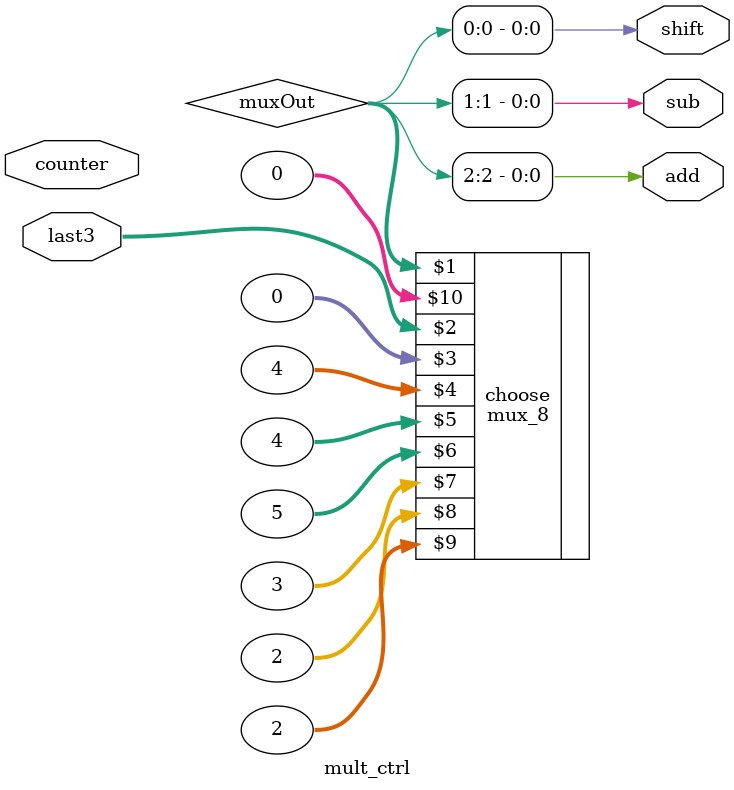
<source format=v>
module mult_ctrl(last3, counter, add, sub, shift);
    
    input [2:0] last3;
    input [4:0] counter;
    output add, sub; 
    output shift; 


    
    wire [31:0] muxOut;
    
    // This mux is a lookup table for the correct add, subtract, and shift amounts for modified booths. 
    mux_8 choose(muxOut, last3, 32'b00000000000000000000000000000000, 
    32'b00000000000000000000000000000100, 
    32'b00000000000000000000000000000100, 
    32'b00000000000000000000000000000101, 
    32'b00000000000000000000000000000011,
    32'b00000000000000000000000000000010, 
    32'b00000000000000000000000000000010, 
    32'b00000000000000000000000000000000);

    assign {add, sub, shift} = muxOut[2:0];

    



endmodule
</source>
